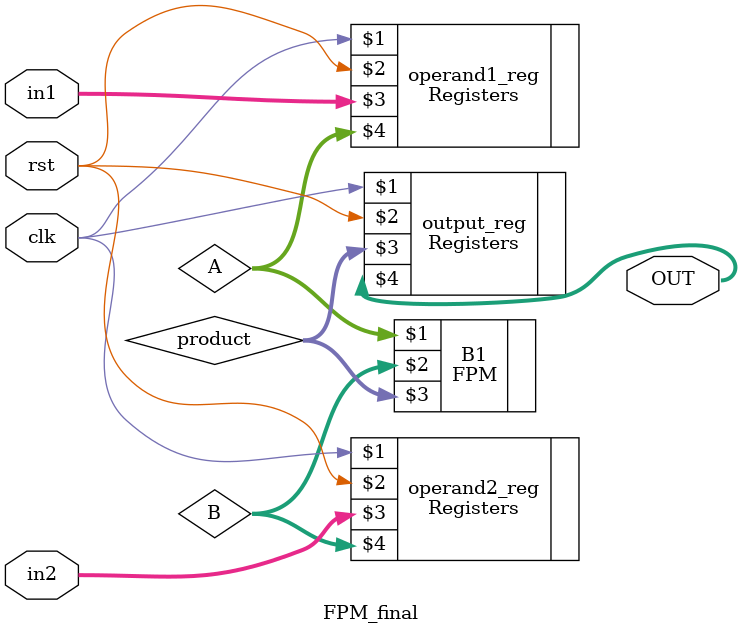
<source format=v>
module FPM_final (
input clk,
input rst,
input [31 : 0] in1,
input [31 : 0] in2,
output [63 : 0] OUT
);
wire [31 : 0]A;
wire [31 : 0]B;
wire [31 : 0]product;


Registers operand1_reg (clk,rst, in1, A);
Registers operand2_reg (clk, rst, in2, B);

FPM B1 ( A, B, product);

Registers output_reg (clk,rst, product, OUT);

endmodule

</source>
